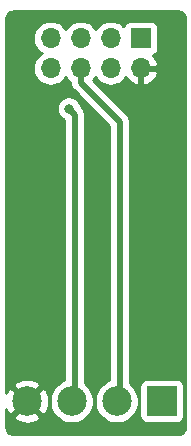
<source format=gbr>
G04 #@! TF.GenerationSoftware,KiCad,Pcbnew,(5.1.2-1)-1*
G04 #@! TF.CreationDate,2019-12-06T13:33:05-08:00*
G04 #@! TF.ProjectId,pixel-stick,70697865-6c2d-4737-9469-636b2e6b6963,rev?*
G04 #@! TF.SameCoordinates,Original*
G04 #@! TF.FileFunction,Copper,L2,Bot*
G04 #@! TF.FilePolarity,Positive*
%FSLAX46Y46*%
G04 Gerber Fmt 4.6, Leading zero omitted, Abs format (unit mm)*
G04 Created by KiCad (PCBNEW (5.1.2-1)-1) date 2019-12-06 13:33:05*
%MOMM*%
%LPD*%
G04 APERTURE LIST*
%ADD10C,0.100000*%
%ADD11C,2.499360*%
%ADD12R,2.499360X2.499360*%
%ADD13O,1.700000X1.700000*%
%ADD14R,1.700000X1.700000*%
%ADD15C,0.500000*%
%ADD16C,0.800000*%
%ADD17C,0.250000*%
%ADD18C,0.500000*%
%ADD19C,0.254000*%
G04 APERTURE END LIST*
D10*
G36*
X52582000Y-83058000D02*
G01*
X52582000Y-84058000D01*
X53082000Y-84058000D01*
X53082000Y-83058000D01*
X52582000Y-83058000D01*
G37*
D11*
X44958000Y-87249000D03*
X48768000Y-87249000D03*
X52578000Y-87249000D03*
D12*
X56388000Y-87249000D03*
D13*
X46990000Y-59055000D03*
X46990000Y-56515000D03*
X49530000Y-59055000D03*
X49530000Y-56515000D03*
X52070000Y-59055000D03*
X52070000Y-56515000D03*
X54610000Y-59055000D03*
D14*
X54610000Y-56515000D03*
D15*
X52832000Y-84058000D03*
X52832000Y-83058000D03*
D16*
X48514000Y-62484000D03*
D17*
X52040000Y-56485000D02*
X52070000Y-56515000D01*
D18*
X52832000Y-87249000D02*
X52832000Y-84074000D01*
X49022000Y-62992000D02*
X48514000Y-62484000D01*
X49022000Y-87249000D02*
X49022000Y-62992000D01*
X52832000Y-63578314D02*
X52832000Y-83058000D01*
X49530000Y-60276314D02*
X52832000Y-63578314D01*
X49530000Y-59055000D02*
X49530000Y-60276314D01*
D19*
G36*
X57902869Y-54268722D02*
G01*
X58016246Y-54302953D01*
X58120819Y-54358555D01*
X58212596Y-54433407D01*
X58288091Y-54524664D01*
X58344419Y-54628844D01*
X58379440Y-54741976D01*
X58395001Y-54890031D01*
X58395000Y-89375721D01*
X58380278Y-89525869D01*
X58346047Y-89639246D01*
X58290446Y-89743817D01*
X58215594Y-89835595D01*
X58124335Y-89911091D01*
X58020160Y-89967419D01*
X57907024Y-90002440D01*
X57758979Y-90018000D01*
X43847279Y-90018000D01*
X43697131Y-90003278D01*
X43583754Y-89969047D01*
X43479183Y-89913446D01*
X43387405Y-89838594D01*
X43311909Y-89747335D01*
X43255581Y-89643160D01*
X43220560Y-89530024D01*
X43205000Y-89381979D01*
X43205000Y-88562377D01*
X43824229Y-88562377D01*
X43950104Y-88852315D01*
X44282262Y-89018139D01*
X44640387Y-89115975D01*
X45010719Y-89142065D01*
X45379025Y-89095405D01*
X45731151Y-88977789D01*
X45965896Y-88852315D01*
X46091771Y-88562377D01*
X44958000Y-87428605D01*
X43824229Y-88562377D01*
X43205000Y-88562377D01*
X43205000Y-87949667D01*
X43229211Y-88022151D01*
X43354685Y-88256896D01*
X43644623Y-88382771D01*
X44778395Y-87249000D01*
X45137605Y-87249000D01*
X46271377Y-88382771D01*
X46561315Y-88256896D01*
X46727139Y-87924738D01*
X46824975Y-87566613D01*
X46851065Y-87196281D01*
X46834228Y-87063375D01*
X46883320Y-87063375D01*
X46883320Y-87434625D01*
X46955747Y-87798741D01*
X47097818Y-88141731D01*
X47304074Y-88450413D01*
X47566587Y-88712926D01*
X47875269Y-88919182D01*
X48218259Y-89061253D01*
X48582375Y-89133680D01*
X48953625Y-89133680D01*
X49317741Y-89061253D01*
X49660731Y-88919182D01*
X49969413Y-88712926D01*
X50231926Y-88450413D01*
X50438182Y-88141731D01*
X50580253Y-87798741D01*
X50652680Y-87434625D01*
X50652680Y-87063375D01*
X50580253Y-86699259D01*
X50438182Y-86356269D01*
X50231926Y-86047587D01*
X49969413Y-85785074D01*
X49907000Y-85743371D01*
X49907000Y-63035465D01*
X49911281Y-62991999D01*
X49907000Y-62948533D01*
X49907000Y-62948523D01*
X49894195Y-62818510D01*
X49843589Y-62651687D01*
X49761411Y-62497941D01*
X49650817Y-62363183D01*
X49617044Y-62335466D01*
X49520535Y-62238957D01*
X49509226Y-62182102D01*
X49431205Y-61993744D01*
X49317937Y-61824226D01*
X49173774Y-61680063D01*
X49004256Y-61566795D01*
X48815898Y-61488774D01*
X48615939Y-61449000D01*
X48412061Y-61449000D01*
X48212102Y-61488774D01*
X48023744Y-61566795D01*
X47854226Y-61680063D01*
X47710063Y-61824226D01*
X47596795Y-61993744D01*
X47518774Y-62182102D01*
X47479000Y-62382061D01*
X47479000Y-62585939D01*
X47518774Y-62785898D01*
X47596795Y-62974256D01*
X47710063Y-63143774D01*
X47854226Y-63287937D01*
X48023744Y-63401205D01*
X48137001Y-63448118D01*
X48137000Y-85470406D01*
X47875269Y-85578818D01*
X47566587Y-85785074D01*
X47304074Y-86047587D01*
X47097818Y-86356269D01*
X46955747Y-86699259D01*
X46883320Y-87063375D01*
X46834228Y-87063375D01*
X46804405Y-86827975D01*
X46686789Y-86475849D01*
X46561315Y-86241104D01*
X46271377Y-86115229D01*
X45137605Y-87249000D01*
X44778395Y-87249000D01*
X43644623Y-86115229D01*
X43354685Y-86241104D01*
X43205000Y-86540934D01*
X43205000Y-85935623D01*
X43824229Y-85935623D01*
X44958000Y-87069395D01*
X46091771Y-85935623D01*
X45965896Y-85645685D01*
X45633738Y-85479861D01*
X45275613Y-85382025D01*
X44905281Y-85355935D01*
X44536975Y-85402595D01*
X44184849Y-85520211D01*
X43950104Y-85645685D01*
X43824229Y-85935623D01*
X43205000Y-85935623D01*
X43205000Y-56515000D01*
X45497815Y-56515000D01*
X45526487Y-56806111D01*
X45611401Y-57086034D01*
X45749294Y-57344014D01*
X45934866Y-57570134D01*
X46160986Y-57755706D01*
X46215791Y-57785000D01*
X46160986Y-57814294D01*
X45934866Y-57999866D01*
X45749294Y-58225986D01*
X45611401Y-58483966D01*
X45526487Y-58763889D01*
X45497815Y-59055000D01*
X45526487Y-59346111D01*
X45611401Y-59626034D01*
X45749294Y-59884014D01*
X45934866Y-60110134D01*
X46160986Y-60295706D01*
X46418966Y-60433599D01*
X46698889Y-60518513D01*
X46917050Y-60540000D01*
X47062950Y-60540000D01*
X47281111Y-60518513D01*
X47561034Y-60433599D01*
X47819014Y-60295706D01*
X48045134Y-60110134D01*
X48230706Y-59884014D01*
X48260000Y-59829209D01*
X48289294Y-59884014D01*
X48474866Y-60110134D01*
X48643459Y-60248495D01*
X48640719Y-60276314D01*
X48657805Y-60449804D01*
X48708412Y-60616627D01*
X48790590Y-60770373D01*
X48873468Y-60871360D01*
X48873471Y-60871363D01*
X48901184Y-60905131D01*
X48934951Y-60932843D01*
X51947000Y-63944893D01*
X51947001Y-82970830D01*
X51947000Y-82970835D01*
X51947000Y-84145165D01*
X51947001Y-84145170D01*
X51947001Y-85470405D01*
X51685269Y-85578818D01*
X51376587Y-85785074D01*
X51114074Y-86047587D01*
X50907818Y-86356269D01*
X50765747Y-86699259D01*
X50693320Y-87063375D01*
X50693320Y-87434625D01*
X50765747Y-87798741D01*
X50907818Y-88141731D01*
X51114074Y-88450413D01*
X51376587Y-88712926D01*
X51685269Y-88919182D01*
X52028259Y-89061253D01*
X52392375Y-89133680D01*
X52763625Y-89133680D01*
X53127741Y-89061253D01*
X53470731Y-88919182D01*
X53779413Y-88712926D01*
X54041926Y-88450413D01*
X54248182Y-88141731D01*
X54390253Y-87798741D01*
X54462680Y-87434625D01*
X54462680Y-87063375D01*
X54390253Y-86699259D01*
X54248182Y-86356269D01*
X54041926Y-86047587D01*
X53993659Y-85999320D01*
X54500248Y-85999320D01*
X54500248Y-88498680D01*
X54512508Y-88623162D01*
X54548818Y-88742860D01*
X54607783Y-88853174D01*
X54687135Y-88949865D01*
X54783826Y-89029217D01*
X54894140Y-89088182D01*
X55013838Y-89124492D01*
X55138320Y-89136752D01*
X57637680Y-89136752D01*
X57762162Y-89124492D01*
X57881860Y-89088182D01*
X57992174Y-89029217D01*
X58088865Y-88949865D01*
X58168217Y-88853174D01*
X58227182Y-88742860D01*
X58263492Y-88623162D01*
X58275752Y-88498680D01*
X58275752Y-85999320D01*
X58263492Y-85874838D01*
X58227182Y-85755140D01*
X58168217Y-85644826D01*
X58088865Y-85548135D01*
X57992174Y-85468783D01*
X57881860Y-85409818D01*
X57762162Y-85373508D01*
X57637680Y-85361248D01*
X55138320Y-85361248D01*
X55013838Y-85373508D01*
X54894140Y-85409818D01*
X54783826Y-85468783D01*
X54687135Y-85548135D01*
X54607783Y-85644826D01*
X54548818Y-85755140D01*
X54512508Y-85874838D01*
X54500248Y-85999320D01*
X53993659Y-85999320D01*
X53779413Y-85785074D01*
X53717000Y-85743371D01*
X53717000Y-63621779D01*
X53721281Y-63578313D01*
X53717000Y-63534847D01*
X53717000Y-63534837D01*
X53704195Y-63404824D01*
X53653589Y-63238001D01*
X53571411Y-63084255D01*
X53460817Y-62949497D01*
X53427050Y-62921785D01*
X50598776Y-60093512D01*
X50770706Y-59884014D01*
X50800000Y-59829209D01*
X50829294Y-59884014D01*
X51014866Y-60110134D01*
X51240986Y-60295706D01*
X51498966Y-60433599D01*
X51778889Y-60518513D01*
X51997050Y-60540000D01*
X52142950Y-60540000D01*
X52361111Y-60518513D01*
X52641034Y-60433599D01*
X52899014Y-60295706D01*
X53125134Y-60110134D01*
X53310706Y-59884014D01*
X53345201Y-59819477D01*
X53414822Y-59936355D01*
X53609731Y-60152588D01*
X53843080Y-60326641D01*
X54105901Y-60451825D01*
X54253110Y-60496476D01*
X54483000Y-60375155D01*
X54483000Y-59182000D01*
X54737000Y-59182000D01*
X54737000Y-60375155D01*
X54966890Y-60496476D01*
X55114099Y-60451825D01*
X55376920Y-60326641D01*
X55610269Y-60152588D01*
X55805178Y-59936355D01*
X55954157Y-59686252D01*
X56051481Y-59411891D01*
X55930814Y-59182000D01*
X54737000Y-59182000D01*
X54483000Y-59182000D01*
X54463000Y-59182000D01*
X54463000Y-58928000D01*
X54483000Y-58928000D01*
X54483000Y-58908000D01*
X54737000Y-58908000D01*
X54737000Y-58928000D01*
X55930814Y-58928000D01*
X56051481Y-58698109D01*
X55954157Y-58423748D01*
X55805178Y-58173645D01*
X55628374Y-57977498D01*
X55704180Y-57954502D01*
X55814494Y-57895537D01*
X55911185Y-57816185D01*
X55990537Y-57719494D01*
X56049502Y-57609180D01*
X56085812Y-57489482D01*
X56098072Y-57365000D01*
X56098072Y-55665000D01*
X56085812Y-55540518D01*
X56049502Y-55420820D01*
X55990537Y-55310506D01*
X55911185Y-55213815D01*
X55814494Y-55134463D01*
X55704180Y-55075498D01*
X55584482Y-55039188D01*
X55460000Y-55026928D01*
X53760000Y-55026928D01*
X53635518Y-55039188D01*
X53515820Y-55075498D01*
X53405506Y-55134463D01*
X53308815Y-55213815D01*
X53229463Y-55310506D01*
X53170498Y-55420820D01*
X53149607Y-55489687D01*
X53125134Y-55459866D01*
X52899014Y-55274294D01*
X52641034Y-55136401D01*
X52361111Y-55051487D01*
X52142950Y-55030000D01*
X51997050Y-55030000D01*
X51778889Y-55051487D01*
X51498966Y-55136401D01*
X51240986Y-55274294D01*
X51014866Y-55459866D01*
X50829294Y-55685986D01*
X50800000Y-55740791D01*
X50770706Y-55685986D01*
X50585134Y-55459866D01*
X50359014Y-55274294D01*
X50101034Y-55136401D01*
X49821111Y-55051487D01*
X49602950Y-55030000D01*
X49457050Y-55030000D01*
X49238889Y-55051487D01*
X48958966Y-55136401D01*
X48700986Y-55274294D01*
X48474866Y-55459866D01*
X48289294Y-55685986D01*
X48260000Y-55740791D01*
X48230706Y-55685986D01*
X48045134Y-55459866D01*
X47819014Y-55274294D01*
X47561034Y-55136401D01*
X47281111Y-55051487D01*
X47062950Y-55030000D01*
X46917050Y-55030000D01*
X46698889Y-55051487D01*
X46418966Y-55136401D01*
X46160986Y-55274294D01*
X45934866Y-55459866D01*
X45749294Y-55685986D01*
X45611401Y-55943966D01*
X45526487Y-56223889D01*
X45497815Y-56515000D01*
X43205000Y-56515000D01*
X43205000Y-54896279D01*
X43219722Y-54746131D01*
X43253953Y-54632754D01*
X43309555Y-54528181D01*
X43384407Y-54436404D01*
X43475664Y-54360909D01*
X43579844Y-54304581D01*
X43692976Y-54269560D01*
X43841022Y-54254000D01*
X57752721Y-54254000D01*
X57902869Y-54268722D01*
X57902869Y-54268722D01*
G37*
X57902869Y-54268722D02*
X58016246Y-54302953D01*
X58120819Y-54358555D01*
X58212596Y-54433407D01*
X58288091Y-54524664D01*
X58344419Y-54628844D01*
X58379440Y-54741976D01*
X58395001Y-54890031D01*
X58395000Y-89375721D01*
X58380278Y-89525869D01*
X58346047Y-89639246D01*
X58290446Y-89743817D01*
X58215594Y-89835595D01*
X58124335Y-89911091D01*
X58020160Y-89967419D01*
X57907024Y-90002440D01*
X57758979Y-90018000D01*
X43847279Y-90018000D01*
X43697131Y-90003278D01*
X43583754Y-89969047D01*
X43479183Y-89913446D01*
X43387405Y-89838594D01*
X43311909Y-89747335D01*
X43255581Y-89643160D01*
X43220560Y-89530024D01*
X43205000Y-89381979D01*
X43205000Y-88562377D01*
X43824229Y-88562377D01*
X43950104Y-88852315D01*
X44282262Y-89018139D01*
X44640387Y-89115975D01*
X45010719Y-89142065D01*
X45379025Y-89095405D01*
X45731151Y-88977789D01*
X45965896Y-88852315D01*
X46091771Y-88562377D01*
X44958000Y-87428605D01*
X43824229Y-88562377D01*
X43205000Y-88562377D01*
X43205000Y-87949667D01*
X43229211Y-88022151D01*
X43354685Y-88256896D01*
X43644623Y-88382771D01*
X44778395Y-87249000D01*
X45137605Y-87249000D01*
X46271377Y-88382771D01*
X46561315Y-88256896D01*
X46727139Y-87924738D01*
X46824975Y-87566613D01*
X46851065Y-87196281D01*
X46834228Y-87063375D01*
X46883320Y-87063375D01*
X46883320Y-87434625D01*
X46955747Y-87798741D01*
X47097818Y-88141731D01*
X47304074Y-88450413D01*
X47566587Y-88712926D01*
X47875269Y-88919182D01*
X48218259Y-89061253D01*
X48582375Y-89133680D01*
X48953625Y-89133680D01*
X49317741Y-89061253D01*
X49660731Y-88919182D01*
X49969413Y-88712926D01*
X50231926Y-88450413D01*
X50438182Y-88141731D01*
X50580253Y-87798741D01*
X50652680Y-87434625D01*
X50652680Y-87063375D01*
X50580253Y-86699259D01*
X50438182Y-86356269D01*
X50231926Y-86047587D01*
X49969413Y-85785074D01*
X49907000Y-85743371D01*
X49907000Y-63035465D01*
X49911281Y-62991999D01*
X49907000Y-62948533D01*
X49907000Y-62948523D01*
X49894195Y-62818510D01*
X49843589Y-62651687D01*
X49761411Y-62497941D01*
X49650817Y-62363183D01*
X49617044Y-62335466D01*
X49520535Y-62238957D01*
X49509226Y-62182102D01*
X49431205Y-61993744D01*
X49317937Y-61824226D01*
X49173774Y-61680063D01*
X49004256Y-61566795D01*
X48815898Y-61488774D01*
X48615939Y-61449000D01*
X48412061Y-61449000D01*
X48212102Y-61488774D01*
X48023744Y-61566795D01*
X47854226Y-61680063D01*
X47710063Y-61824226D01*
X47596795Y-61993744D01*
X47518774Y-62182102D01*
X47479000Y-62382061D01*
X47479000Y-62585939D01*
X47518774Y-62785898D01*
X47596795Y-62974256D01*
X47710063Y-63143774D01*
X47854226Y-63287937D01*
X48023744Y-63401205D01*
X48137001Y-63448118D01*
X48137000Y-85470406D01*
X47875269Y-85578818D01*
X47566587Y-85785074D01*
X47304074Y-86047587D01*
X47097818Y-86356269D01*
X46955747Y-86699259D01*
X46883320Y-87063375D01*
X46834228Y-87063375D01*
X46804405Y-86827975D01*
X46686789Y-86475849D01*
X46561315Y-86241104D01*
X46271377Y-86115229D01*
X45137605Y-87249000D01*
X44778395Y-87249000D01*
X43644623Y-86115229D01*
X43354685Y-86241104D01*
X43205000Y-86540934D01*
X43205000Y-85935623D01*
X43824229Y-85935623D01*
X44958000Y-87069395D01*
X46091771Y-85935623D01*
X45965896Y-85645685D01*
X45633738Y-85479861D01*
X45275613Y-85382025D01*
X44905281Y-85355935D01*
X44536975Y-85402595D01*
X44184849Y-85520211D01*
X43950104Y-85645685D01*
X43824229Y-85935623D01*
X43205000Y-85935623D01*
X43205000Y-56515000D01*
X45497815Y-56515000D01*
X45526487Y-56806111D01*
X45611401Y-57086034D01*
X45749294Y-57344014D01*
X45934866Y-57570134D01*
X46160986Y-57755706D01*
X46215791Y-57785000D01*
X46160986Y-57814294D01*
X45934866Y-57999866D01*
X45749294Y-58225986D01*
X45611401Y-58483966D01*
X45526487Y-58763889D01*
X45497815Y-59055000D01*
X45526487Y-59346111D01*
X45611401Y-59626034D01*
X45749294Y-59884014D01*
X45934866Y-60110134D01*
X46160986Y-60295706D01*
X46418966Y-60433599D01*
X46698889Y-60518513D01*
X46917050Y-60540000D01*
X47062950Y-60540000D01*
X47281111Y-60518513D01*
X47561034Y-60433599D01*
X47819014Y-60295706D01*
X48045134Y-60110134D01*
X48230706Y-59884014D01*
X48260000Y-59829209D01*
X48289294Y-59884014D01*
X48474866Y-60110134D01*
X48643459Y-60248495D01*
X48640719Y-60276314D01*
X48657805Y-60449804D01*
X48708412Y-60616627D01*
X48790590Y-60770373D01*
X48873468Y-60871360D01*
X48873471Y-60871363D01*
X48901184Y-60905131D01*
X48934951Y-60932843D01*
X51947000Y-63944893D01*
X51947001Y-82970830D01*
X51947000Y-82970835D01*
X51947000Y-84145165D01*
X51947001Y-84145170D01*
X51947001Y-85470405D01*
X51685269Y-85578818D01*
X51376587Y-85785074D01*
X51114074Y-86047587D01*
X50907818Y-86356269D01*
X50765747Y-86699259D01*
X50693320Y-87063375D01*
X50693320Y-87434625D01*
X50765747Y-87798741D01*
X50907818Y-88141731D01*
X51114074Y-88450413D01*
X51376587Y-88712926D01*
X51685269Y-88919182D01*
X52028259Y-89061253D01*
X52392375Y-89133680D01*
X52763625Y-89133680D01*
X53127741Y-89061253D01*
X53470731Y-88919182D01*
X53779413Y-88712926D01*
X54041926Y-88450413D01*
X54248182Y-88141731D01*
X54390253Y-87798741D01*
X54462680Y-87434625D01*
X54462680Y-87063375D01*
X54390253Y-86699259D01*
X54248182Y-86356269D01*
X54041926Y-86047587D01*
X53993659Y-85999320D01*
X54500248Y-85999320D01*
X54500248Y-88498680D01*
X54512508Y-88623162D01*
X54548818Y-88742860D01*
X54607783Y-88853174D01*
X54687135Y-88949865D01*
X54783826Y-89029217D01*
X54894140Y-89088182D01*
X55013838Y-89124492D01*
X55138320Y-89136752D01*
X57637680Y-89136752D01*
X57762162Y-89124492D01*
X57881860Y-89088182D01*
X57992174Y-89029217D01*
X58088865Y-88949865D01*
X58168217Y-88853174D01*
X58227182Y-88742860D01*
X58263492Y-88623162D01*
X58275752Y-88498680D01*
X58275752Y-85999320D01*
X58263492Y-85874838D01*
X58227182Y-85755140D01*
X58168217Y-85644826D01*
X58088865Y-85548135D01*
X57992174Y-85468783D01*
X57881860Y-85409818D01*
X57762162Y-85373508D01*
X57637680Y-85361248D01*
X55138320Y-85361248D01*
X55013838Y-85373508D01*
X54894140Y-85409818D01*
X54783826Y-85468783D01*
X54687135Y-85548135D01*
X54607783Y-85644826D01*
X54548818Y-85755140D01*
X54512508Y-85874838D01*
X54500248Y-85999320D01*
X53993659Y-85999320D01*
X53779413Y-85785074D01*
X53717000Y-85743371D01*
X53717000Y-63621779D01*
X53721281Y-63578313D01*
X53717000Y-63534847D01*
X53717000Y-63534837D01*
X53704195Y-63404824D01*
X53653589Y-63238001D01*
X53571411Y-63084255D01*
X53460817Y-62949497D01*
X53427050Y-62921785D01*
X50598776Y-60093512D01*
X50770706Y-59884014D01*
X50800000Y-59829209D01*
X50829294Y-59884014D01*
X51014866Y-60110134D01*
X51240986Y-60295706D01*
X51498966Y-60433599D01*
X51778889Y-60518513D01*
X51997050Y-60540000D01*
X52142950Y-60540000D01*
X52361111Y-60518513D01*
X52641034Y-60433599D01*
X52899014Y-60295706D01*
X53125134Y-60110134D01*
X53310706Y-59884014D01*
X53345201Y-59819477D01*
X53414822Y-59936355D01*
X53609731Y-60152588D01*
X53843080Y-60326641D01*
X54105901Y-60451825D01*
X54253110Y-60496476D01*
X54483000Y-60375155D01*
X54483000Y-59182000D01*
X54737000Y-59182000D01*
X54737000Y-60375155D01*
X54966890Y-60496476D01*
X55114099Y-60451825D01*
X55376920Y-60326641D01*
X55610269Y-60152588D01*
X55805178Y-59936355D01*
X55954157Y-59686252D01*
X56051481Y-59411891D01*
X55930814Y-59182000D01*
X54737000Y-59182000D01*
X54483000Y-59182000D01*
X54463000Y-59182000D01*
X54463000Y-58928000D01*
X54483000Y-58928000D01*
X54483000Y-58908000D01*
X54737000Y-58908000D01*
X54737000Y-58928000D01*
X55930814Y-58928000D01*
X56051481Y-58698109D01*
X55954157Y-58423748D01*
X55805178Y-58173645D01*
X55628374Y-57977498D01*
X55704180Y-57954502D01*
X55814494Y-57895537D01*
X55911185Y-57816185D01*
X55990537Y-57719494D01*
X56049502Y-57609180D01*
X56085812Y-57489482D01*
X56098072Y-57365000D01*
X56098072Y-55665000D01*
X56085812Y-55540518D01*
X56049502Y-55420820D01*
X55990537Y-55310506D01*
X55911185Y-55213815D01*
X55814494Y-55134463D01*
X55704180Y-55075498D01*
X55584482Y-55039188D01*
X55460000Y-55026928D01*
X53760000Y-55026928D01*
X53635518Y-55039188D01*
X53515820Y-55075498D01*
X53405506Y-55134463D01*
X53308815Y-55213815D01*
X53229463Y-55310506D01*
X53170498Y-55420820D01*
X53149607Y-55489687D01*
X53125134Y-55459866D01*
X52899014Y-55274294D01*
X52641034Y-55136401D01*
X52361111Y-55051487D01*
X52142950Y-55030000D01*
X51997050Y-55030000D01*
X51778889Y-55051487D01*
X51498966Y-55136401D01*
X51240986Y-55274294D01*
X51014866Y-55459866D01*
X50829294Y-55685986D01*
X50800000Y-55740791D01*
X50770706Y-55685986D01*
X50585134Y-55459866D01*
X50359014Y-55274294D01*
X50101034Y-55136401D01*
X49821111Y-55051487D01*
X49602950Y-55030000D01*
X49457050Y-55030000D01*
X49238889Y-55051487D01*
X48958966Y-55136401D01*
X48700986Y-55274294D01*
X48474866Y-55459866D01*
X48289294Y-55685986D01*
X48260000Y-55740791D01*
X48230706Y-55685986D01*
X48045134Y-55459866D01*
X47819014Y-55274294D01*
X47561034Y-55136401D01*
X47281111Y-55051487D01*
X47062950Y-55030000D01*
X46917050Y-55030000D01*
X46698889Y-55051487D01*
X46418966Y-55136401D01*
X46160986Y-55274294D01*
X45934866Y-55459866D01*
X45749294Y-55685986D01*
X45611401Y-55943966D01*
X45526487Y-56223889D01*
X45497815Y-56515000D01*
X43205000Y-56515000D01*
X43205000Y-54896279D01*
X43219722Y-54746131D01*
X43253953Y-54632754D01*
X43309555Y-54528181D01*
X43384407Y-54436404D01*
X43475664Y-54360909D01*
X43579844Y-54304581D01*
X43692976Y-54269560D01*
X43841022Y-54254000D01*
X57752721Y-54254000D01*
X57902869Y-54268722D01*
M02*

</source>
